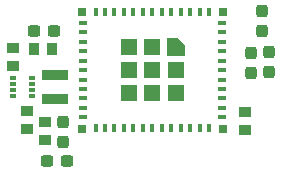
<source format=gbr>
%TF.GenerationSoftware,KiCad,Pcbnew,(7.0.0)*%
%TF.CreationDate,2023-10-08T10:18:40-07:00*%
%TF.ProjectId,Dot-LED,446f742d-4c45-4442-9e6b-696361645f70,rev?*%
%TF.SameCoordinates,Original*%
%TF.FileFunction,Paste,Bot*%
%TF.FilePolarity,Positive*%
%FSLAX46Y46*%
G04 Gerber Fmt 4.6, Leading zero omitted, Abs format (unit mm)*
G04 Created by KiCad (PCBNEW (7.0.0)) date 2023-10-08 10:18:40*
%MOMM*%
%LPD*%
G01*
G04 APERTURE LIST*
G04 Aperture macros list*
%AMRoundRect*
0 Rectangle with rounded corners*
0 $1 Rounding radius*
0 $2 $3 $4 $5 $6 $7 $8 $9 X,Y pos of 4 corners*
0 Add a 4 corners polygon primitive as box body*
4,1,4,$2,$3,$4,$5,$6,$7,$8,$9,$2,$3,0*
0 Add four circle primitives for the rounded corners*
1,1,$1+$1,$2,$3*
1,1,$1+$1,$4,$5*
1,1,$1+$1,$6,$7*
1,1,$1+$1,$8,$9*
0 Add four rect primitives between the rounded corners*
20,1,$1+$1,$2,$3,$4,$5,0*
20,1,$1+$1,$4,$5,$6,$7,0*
20,1,$1+$1,$6,$7,$8,$9,0*
20,1,$1+$1,$8,$9,$2,$3,0*%
%AMFreePoly0*
4,1,6,0.725000,-0.725000,-0.125000,-0.725000,-0.725000,-0.125000,-0.725000,0.725000,0.725000,0.725000,0.725000,-0.725000,0.725000,-0.725000,$1*%
G04 Aperture macros list end*
%ADD10RoundRect,0.237500X-0.237500X0.300000X-0.237500X-0.300000X0.237500X-0.300000X0.237500X0.300000X0*%
%ADD11R,0.800000X0.400000*%
%ADD12R,0.400000X0.800000*%
%ADD13R,1.450000X1.450000*%
%ADD14FreePoly0,180.000000*%
%ADD15R,0.700000X0.700000*%
%ADD16RoundRect,0.237500X0.300000X0.237500X-0.300000X0.237500X-0.300000X-0.237500X0.300000X-0.237500X0*%
%ADD17RoundRect,0.237500X0.237500X-0.300000X0.237500X0.300000X-0.237500X0.300000X-0.237500X-0.300000X0*%
%ADD18R,1.000000X0.900000*%
%ADD19R,0.475000X0.300000*%
%ADD20R,0.900000X1.000000*%
%ADD21R,2.200000X0.850000*%
G04 APERTURE END LIST*
D10*
%TO.C,C7*%
X137400000Y-51287500D03*
X137400000Y-53012500D03*
%TD*%
D11*
%TO.C,U1*%
X133974999Y-52324999D03*
X133974999Y-53124999D03*
X133974999Y-53924999D03*
X133974999Y-54724999D03*
X133974999Y-55524999D03*
X133974999Y-56324999D03*
X133974999Y-57124999D03*
X133974999Y-57924999D03*
X133974999Y-58724999D03*
X133974999Y-59524999D03*
X133974999Y-60324999D03*
D12*
X132874999Y-61224999D03*
X132074999Y-61224999D03*
X131274999Y-61224999D03*
X130474999Y-61224999D03*
X129674999Y-61224999D03*
X128874999Y-61224999D03*
X128074999Y-61224999D03*
X127274999Y-61224999D03*
X126474999Y-61224999D03*
X125674999Y-61224999D03*
X124874999Y-61224999D03*
X124074999Y-61224999D03*
X123274999Y-61224999D03*
D11*
X122174999Y-60324999D03*
X122174999Y-59524999D03*
X122174999Y-58724999D03*
X122174999Y-57924999D03*
X122174999Y-57124999D03*
X122174999Y-56324999D03*
X122174999Y-55524999D03*
X122174999Y-54724999D03*
X122174999Y-53924999D03*
X122174999Y-53124999D03*
X122174999Y-52324999D03*
D12*
X123274999Y-51424999D03*
X124074999Y-51424999D03*
X124874999Y-51424999D03*
X125674999Y-51424999D03*
X126474999Y-51424999D03*
X127274999Y-51424999D03*
X128074999Y-51424999D03*
X128874999Y-51424999D03*
X129674999Y-51424999D03*
X130474999Y-51424999D03*
X131274999Y-51424999D03*
X132074999Y-51424999D03*
X132874999Y-51424999D03*
D13*
X130049999Y-58299999D03*
X130049999Y-56324999D03*
D14*
X130050000Y-54350000D03*
D13*
X128074999Y-58299999D03*
X128074999Y-56324999D03*
X128074999Y-54349999D03*
X126099999Y-58299999D03*
X126099999Y-56324999D03*
X126099999Y-54349999D03*
D15*
X122124999Y-51374999D03*
X122124999Y-61274999D03*
X134024999Y-61274999D03*
X134024999Y-51374999D03*
%TD*%
D16*
%TO.C,C14*%
X119762500Y-53000000D03*
X118037500Y-53000000D03*
%TD*%
D17*
%TO.C,C18*%
X120500000Y-62412500D03*
X120500000Y-60687500D03*
%TD*%
D18*
%TO.C,R7*%
X116249999Y-54449999D03*
X116249999Y-55949999D03*
%TD*%
%TO.C,R9*%
X118999999Y-60749999D03*
X118999999Y-62249999D03*
%TD*%
D17*
%TO.C,C6*%
X137950000Y-56512500D03*
X137950000Y-54787500D03*
%TD*%
D16*
%TO.C,C16*%
X120862500Y-64050000D03*
X119137500Y-64050000D03*
%TD*%
D18*
%TO.C,R3*%
X135949999Y-61399999D03*
X135949999Y-59899999D03*
%TD*%
%TO.C,R8*%
X117449999Y-59799999D03*
X117449999Y-61299999D03*
%TD*%
D19*
%TO.C,U3*%
X117925999Y-56999999D03*
X117925999Y-57499999D03*
X117925999Y-57999999D03*
X117925999Y-58499999D03*
X116249999Y-58499999D03*
X116249999Y-57999999D03*
X116249999Y-57499999D03*
X116249999Y-56999999D03*
%TD*%
D10*
%TO.C,C15*%
X136400000Y-54887500D03*
X136400000Y-56612500D03*
%TD*%
D20*
%TO.C,R6*%
X119599999Y-54499999D03*
X118099999Y-54499999D03*
%TD*%
D21*
%TO.C,L2*%
X119849999Y-58774999D03*
X119849999Y-56724999D03*
%TD*%
M02*

</source>
